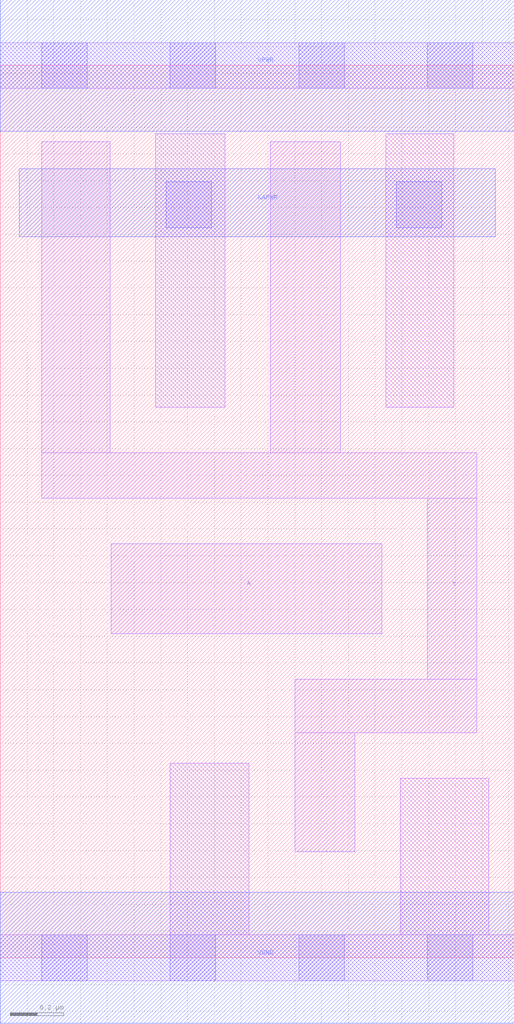
<source format=lef>
# Copyright 2020 The SkyWater PDK Authors
#
# Licensed under the Apache License, Version 2.0 (the "License");
# you may not use this file except in compliance with the License.
# You may obtain a copy of the License at
#
#     https://www.apache.org/licenses/LICENSE-2.0
#
# Unless required by applicable law or agreed to in writing, software
# distributed under the License is distributed on an "AS IS" BASIS,
# WITHOUT WARRANTIES OR CONDITIONS OF ANY KIND, either express or implied.
# See the License for the specific language governing permissions and
# limitations under the License.
#
# SPDX-License-Identifier: Apache-2.0

VERSION 5.7 ;
  NOWIREEXTENSIONATPIN ON ;
  DIVIDERCHAR "/" ;
  BUSBITCHARS "[]" ;
UNITS
  DATABASE MICRONS 200 ;
END UNITS
MACRO sky130_fd_sc_lp__invkapwr_2
  CLASS CORE ;
  FOREIGN sky130_fd_sc_lp__invkapwr_2 ;
  ORIGIN  0.000000  0.000000 ;
  SIZE  1.920000 BY  3.330000 ;
  SYMMETRY X Y ;
  SITE unit ;
  PIN A
    ANTENNAGATEAREA  0.693000 ;
    DIRECTION INPUT ;
    USE SIGNAL ;
    PORT
      LAYER li1 ;
        RECT 0.415000 1.210000 1.425000 1.545000 ;
    END
  END A
  PIN Y
    ANTENNADIFFAREA  0.804300 ;
    DIRECTION OUTPUT ;
    USE SIGNAL ;
    PORT
      LAYER li1 ;
        RECT 0.155000 1.715000 1.780000 1.885000 ;
        RECT 0.155000 1.885000 0.410000 3.045000 ;
        RECT 1.010000 1.885000 1.270000 3.045000 ;
        RECT 1.100000 0.395000 1.325000 0.840000 ;
        RECT 1.100000 0.840000 1.780000 1.040000 ;
        RECT 1.595000 1.040000 1.780000 1.715000 ;
    END
  END Y
  PIN KAPWR
    DIRECTION INOUT ;
    USE POWER ;
    PORT
      LAYER met1 ;
        RECT 0.070000 2.690000 1.850000 2.945000 ;
    END
  END KAPWR
  PIN VGND
    DIRECTION INOUT ;
    USE GROUND ;
    PORT
      LAYER met1 ;
        RECT 0.000000 -0.245000 1.920000 0.245000 ;
    END
  END VGND
  PIN VPWR
    DIRECTION INOUT ;
    USE POWER ;
    PORT
      LAYER met1 ;
        RECT 0.000000 3.085000 1.920000 3.575000 ;
    END
  END VPWR
  OBS
    LAYER li1 ;
      RECT 0.000000 -0.085000 1.920000 0.085000 ;
      RECT 0.000000  3.245000 1.920000 3.415000 ;
      RECT 0.580000  2.055000 0.840000 3.075000 ;
      RECT 0.635000  0.085000 0.930000 0.725000 ;
      RECT 1.440000  2.055000 1.695000 3.075000 ;
      RECT 1.495000  0.085000 1.825000 0.670000 ;
    LAYER mcon ;
      RECT 0.155000 -0.085000 0.325000 0.085000 ;
      RECT 0.155000  3.245000 0.325000 3.415000 ;
      RECT 0.620000  2.725000 0.790000 2.895000 ;
      RECT 0.635000 -0.085000 0.805000 0.085000 ;
      RECT 0.635000  3.245000 0.805000 3.415000 ;
      RECT 1.115000 -0.085000 1.285000 0.085000 ;
      RECT 1.115000  3.245000 1.285000 3.415000 ;
      RECT 1.480000  2.725000 1.650000 2.895000 ;
      RECT 1.595000 -0.085000 1.765000 0.085000 ;
      RECT 1.595000  3.245000 1.765000 3.415000 ;
  END
END sky130_fd_sc_lp__invkapwr_2
END LIBRARY

</source>
